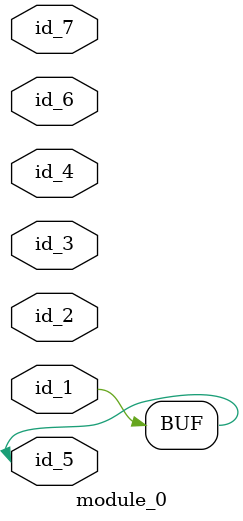
<source format=v>
module module_0 (
    id_1,
    id_2,
    id_3,
    id_4,
    id_5,
    id_6,
    id_7
);
  inout id_7;
  inout id_6;
  inout id_5;
  inout id_4;
  input id_3;
  inout id_2;
  input id_1;
  always #(id_5 & 1) id_5 <= id_1;
endmodule

</source>
